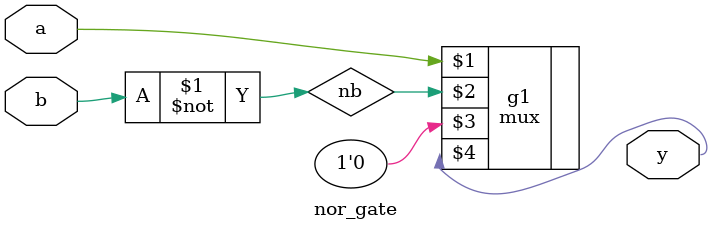
<source format=v>
`include "mux21_v.v"
module nor_gate(a,b,y);
input a,b;
output y;
wire nb;
not g2(nb,b);
mux g1(a,nb,1'b0,y);
endmodule

//# a=0 b=0 y=1
//# a=0 b=1 y=0
//# a=0 b=1 y=0
//# a=1 b=1 y=0
//# a=0 b=1 y=0
//# a=0 b=1 y=0
//# a=0 b=1 y=0
//# a=1 b=0 y=0

</source>
